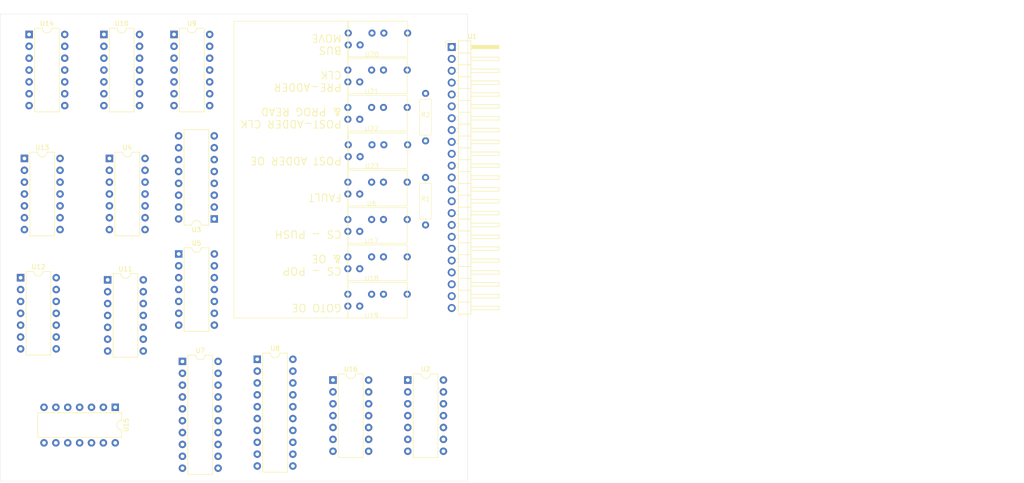
<source format=kicad_pcb>
(kicad_pcb (version 20240108) (generator "pcbnew") (generator_version "8.0")
  (layers (0 "F.Cu" signal) (31 "B.Cu" signal) (34 "B.Paste" user) (35 "F.Paste" user) (36 "B.SilkS" user "B.Silkscreen") (37 "F.SilkS" user "F.Silkscreen") (38 "B.Mask" user) (39 "F.Mask" user) (44 "Edge.Cuts" user))
  (net 0 "")
  (net 1 "Net-(U1-CALL_STACK-OE)")
  (net 2 "Net-(U1-INSTRUCTION-2)")
  (net 3 "Net-(U1-INSTRUCTION-1)")
  (net 4 "Net-(U1-BUS-0)")
  (net 5 "Net-(U1-V+)")
  (net 6 "Net-(U1-PROG_READ_DONE)")
  (net 7 "Net-(U1-POST_ADDER_LATCH_CLOCK)")
  (net 8 "Net-(U1-B_CLK)")
  (net 9 "Net-(U1-POST_ADDER_LATCH_OE)")
  (net 10 "Net-(U1-FAULT)")
  (net 11 "Net-(U1-INSTRUCTION-0)")
  (net 12 "Net-(U1-BUS_MOVE)")
  (net 13 "Net-(U1-A_CLK)")
  (net 14 "Net-(U1-BUS_MOVE_DONE)")
  (net 15 "Net-(U1-START)")
  (net 16 "Net-(U1-CALL_STACK-PUSH)")
  (net 17 "Net-(U1-INSTRUCTION-3)")
  (net 18 "Net-(U1-PRE_ADDER_LATCH_CLOCK)")
  (net 19 "Net-(U1-GOTO_LATCHES_OE)")
  (net 20 "Net-(U1-BUS_READ_GOTO-DECIDER)")
  (net 21 "Net-(U1-GND)")
  (net 22 "Net-(U2-OA)")
  (net 23 "Net-(U2-A2)")
  (net 25 "Net-(U2-A1)")
  (net 26 "Net-(U2-B0)")
  (net 27 "Net-(U10-1A)")
  (net 28 "Net-(U14-4Q)")
  (net 29 "Net-(U17-IN)")
  (net 31 "Net-(U10-0A)")
  (net 32 "Net-(U10-2B)")
  (net 33 "Net-(U10-2A)")
  (net 34 "Net-(U3-Y4)")
  (net 35 "Net-(U10-0B)")
  (net 36 "Net-(U16-1D)")
  (net 37 "Net-(U3-Y5)")
  (net 38 "Net-(U14-2A)")
  (net 39 "Net-(U13-0CLK)")
  (net 41 "Net-(U14-4A)")
  (net 43 "Net-(U15-4A)")
  (net 45 "Net-(U12-Q2)")
  (net 46 "Net-(U5-3Q)")
  (net 47 "Net-(U13-1Q3)")
  (net 48 "Net-(U5-1B)")
  (net 49 "Net-(U10-Q3)")
  (net 50 "Net-(U14-2B)")
  (net 51 "Net-(U12-0A)")
  (net 52 "Net-(U12-0B)")
  (net 53 "Net-(U5-2A)")
  (net 54 "Net-(U12-1B)")
  (net 56 "Net-(U11-B0)")
  (net 57 "Net-(U13-0D)")
  (net 58 "Net-(U11-A0)")
  (net 59 "Net-(U11-A1)")
  (net 60 "Net-(U11-A3)")
  (net 61 "Net-(U11-B1)")
  (net 63 "Net-(U15-4B)")
  (net 65 "Net-(U10-1B)")
  (net 68 "Net-(U11-OB)")
  (net 69 "Net-(U20-IN)")
  (net 70 "Net-(U10-3B)")
  (net 71 "Net-(U10-Q2)")
  (net 72 "Net-(U12-Q0)")
  (net 73 "Net-(U10-Q0)")
  (net 74 "Net-(U10-Q1)")
  (net 76 "Net-(U11-B2)")
  (net 78 "Net-(U12-3A)")
  (net 79 "Net-(U12-3B)")
  (net 80 "Net-(U12-Q3)")
  (net 81 "Net-(U12-2A)")
  (net 82 "Net-(U12-Q1)")
  (net 83 "Net-(U12-2B)")
  (net 84 "Net-(U12-1A)")
  (net 85 "Net-(U13-1CLK)")
  (net 86 "Net-(U13-0Q#)")
  (net 89 "Net-(U15-3B)")
  (footprint "Package_DIP:DIP-14_W7.62mm" (layer "F.Cu") (at 134.38 80.92)
    (property "Reference" "U4" (at 3.81 -2.33 0) (layer "F.SilkS"))
    (property "Value" "~")
    (pad "1" thru_hole rect (at 0 0) (size 1.6 1.6) (drill 0.8) (layers "*.Cu" "*.Mask") (net 21 "Net-(U1-GND)"))
    (pad "2" thru_hole oval (at 0 2.54) (size 1.6 1.6) (drill 0.8) (layers "*.Cu" "*.Mask"))
    (pad "3" thru_hole oval (at 0 5.08) (size 1.6 1.6) (drill 0.8) (layers "*.Cu" "*.Mask") (net 21 "Net-(U1-GND)"))
    (pad "4" thru_hole oval (at 0 7.62) (size 1.6 1.6) (drill 0.8) (layers "*.Cu" "*.Mask"))
    (pad "5" thru_hole oval (at 0 10.16) (size 1.6 1.6) (drill 0.8) (layers "*.Cu" "*.Mask") (net 45 "Net-(U12-Q2)"))
    (pad "6" thru_hole oval (at 0 12.7) (size 1.6 1.6) (drill 0.8) (layers "*.Cu" "*.Mask") (net 39 "Net-(U13-0CLK)"))
    (pad "7" thru_hole oval (at 0 15.24) (size 1.6 1.6) (drill 0.8) (layers "*.Cu" "*.Mask") (net 21 "Net-(U1-GND)"))
    (pad "8" thru_hole oval (at 7.62 15.24) (size 1.6 1.6) (drill 0.8) (layers "*.Cu" "*.Mask"))
    (pad "9" thru_hole oval (at 7.62 12.7) (size 1.6 1.6) (drill 0.8) (layers "*.Cu" "*.Mask") (net 21 "Net-(U1-GND)"))
    (pad "10" thru_hole oval (at 7.62 10.16) (size 1.6 1.6) (drill 0.8) (layers "*.Cu" "*.Mask") (net 38 "Net-(U14-2A)"))
    (pad "11" thru_hole oval (at 7.62 7.62) (size 1.6 1.6) (drill 0.8) (layers "*.Cu" "*.Mask") (net 41 "Net-(U14-4A)"))
    (pad "12" thru_hole oval (at 7.62 5.08) (size 1.6 1.6) (drill 0.8) (layers "*.Cu" "*.Mask") (net 43 "Net-(U15-4A)"))
    (pad "13" thru_hole oval (at 7.62 2.54) (size 1.6 1.6) (drill 0.8) (layers "*.Cu" "*.Mask") (net 13 "Net-(U1-A_CLK)"))
    (pad "14" thru_hole oval (at 7.62 0) (size 1.6 1.6) (drill 0.8) (layers "*.Cu" "*.Mask") (net 5 "Net-(U1-V+)"))
  )
  (footprint "custom_footprint_library:jumper" (layer "F.Cu") (at 190.46 99.08)
    (property "Reference" "U17" (at 0 -0.5 0) (layer "F.SilkS") (effects (font (thickness 0.1))))
    (property "Value" "~")
    (pad "1" thru_hole circle (at -5.08 -5.08) (size 1.524 1.524) (drill 0.762) (layers "*.Cu" "*.Mask") (net 29 "Net-(U17-IN)"))
    (pad "1" thru_hole circle (at 0 -5.08) (size 1.524 1.524) (drill 0.762) (layers "*.Cu" "*.Mask") (net 29 "Net-(U17-IN)"))
    (pad "2" thru_hole circle (at -5.08 -2.54) (size 1.524 1.524) (drill 0.762) (layers "*.Cu" "*.Mask") (net 21 "Net-(U1-GND)"))
    (pad "2" thru_hole circle (at -2.54 -2.54) (size 1.524 1.524) (drill 0.762) (layers "*.Cu" "*.Mask") (net 21 "Net-(U1-GND)"))
    (pad "3" thru_hole circle (at 2.54 -5.08) (size 1.524 1.524) (drill 0.762) (layers "*.Cu" "*.Mask") (net 16 "Net-(U1-CALL_STACK-PUSH)"))
    (pad "3" thru_hole circle (at 7.62 -5.08) (size 1.524 1.524) (drill 0.762) (layers "*.Cu" "*.Mask") (net 16 "Net-(U1-CALL_STACK-PUSH)"))
  )
  (footprint "Package_DIP:DIP-20_W7.62mm" (layer "F.Cu") (at 166 123.92)
    (property "Reference" "U8" (at 3.81 -2.33 0) (layer "F.SilkS"))
    (property "Value" "~")
    (pad "1" thru_hole rect (at 0 0) (size 1.6 1.6) (drill 0.8) (layers "*.Cu" "*.Mask") (net 21 "Net-(U1-GND)"))
    (pad "2" thru_hole oval (at 0 2.54) (size 1.6 1.6) (drill 0.8) (layers "*.Cu" "*.Mask") (net 34 "Net-(U3-Y4)"))
    (pad "3" thru_hole oval (at 0 5.08) (size 1.6 1.6) (drill 0.8) (layers "*.Cu" "*.Mask") (net 14 "Net-(U1-BUS_MOVE_DONE)"))
    (pad "4" thru_hole oval (at 0 7.62) (size 1.6 1.6) (drill 0.8) (layers "*.Cu" "*.Mask") (net 68 "Net-(U11-OB)"))
    (pad "5" thru_hole oval (at 0 10.16) (size 1.6 1.6) (drill 0.8) (layers "*.Cu" "*.Mask") (net 32 "Net-(U10-2B)"))
    (pad "6" thru_hole oval (at 0 12.7) (size 1.6 1.6) (drill 0.8) (layers "*.Cu" "*.Mask") (net 37 "Net-(U3-Y5)"))
    (pad "7" thru_hole oval (at 0 15.24) (size 1.6 1.6) (drill 0.8) (layers "*.Cu" "*.Mask") (net 21 "Net-(U1-GND)"))
    (pad "8" thru_hole oval (at 0 17.78) (size 1.6 1.6) (drill 0.8) (layers "*.Cu" "*.Mask") (net 21 "Net-(U1-GND)"))
    (pad "9" thru_hole oval (at 0 20.32) (size 1.6 1.6) (drill 0.8) (layers "*.Cu" "*.Mask") (net 21 "Net-(U1-GND)"))
    (pad "10" thru_hole oval (at 0 22.86) (size 1.6 1.6) (drill 0.8) (layers "*.Cu" "*.Mask") (net 21 "Net-(U1-GND)"))
    (pad "11" thru_hole oval (at 7.62 22.86) (size 1.6 1.6) (drill 0.8) (layers "*.Cu" "*.Mask") (net 8 "Net-(U1-B_CLK)"))
    (pad "12" thru_hole oval (at 7.62 20.32) (size 1.6 1.6) (drill 0.8) (layers "*.Cu" "*.Mask"))
    (pad "13" thru_hole oval (at 7.62 17.78) (size 1.6 1.6) (drill 0.8) (layers "*.Cu" "*.Mask"))
    (pad "14" thru_hole oval (at 7.62 15.24) (size 1.6 1.6) (drill 0.8) (layers "*.Cu" "*.Mask"))
    (pad "15" thru_hole oval (at 7.62 12.7) (size 1.6 1.6) (drill 0.8) (layers "*.Cu" "*.Mask") (net 29 "Net-(U17-IN)"))
    (pad "16" thru_hole oval (at 7.62 10.16) (size 1.6 1.6) (drill 0.8) (layers "*.Cu" "*.Mask") (net 48 "Net-(U5-1B)"))
    (pad "17" thru_hole oval (at 7.62 7.62) (size 1.6 1.6) (drill 0.8) (layers "*.Cu" "*.Mask") (net 65 "Net-(U10-1B)"))
    (pad "18" thru_hole oval (at 7.62 5.08) (size 1.6 1.6) (drill 0.8) (layers "*.Cu" "*.Mask") (net 26 "Net-(U2-B0)"))
    (pad "19" thru_hole oval (at 7.62 2.54) (size 1.6 1.6) (drill 0.8) (layers "*.Cu" "*.Mask") (net 23 "Net-(U2-A2)"))
    (pad "20" thru_hole oval (at 7.62 0) (size 1.6 1.6) (drill 0.8) (layers "*.Cu" "*.Mask") (net 5 "Net-(U1-V+)"))
  )
  (footprint "custom_footprint_library:jumper" (layer "F.Cu") (at 190.46 107.08)
    (property "Reference" "U18" (at 0 -0.5 0) (layer "F.SilkS") (effects (font (thickness 0.1))))
    (property "Value" "~")
    (pad "1" thru_hole circle (at -5.08 -5.08) (size 1.524 1.524) (drill 0.762) (layers "*.Cu" "*.Mask") (net 63 "Net-(U15-4B)"))
    (pad "1" thru_hole circle (at 0 -5.08) (size 1.524 1.524) (drill 0.762) (layers "*.Cu" "*.Mask") (net 63 "Net-(U15-4B)"))
    (pad "2" thru_hole circle (at -5.08 -2.54) (size 1.524 1.524) (drill 0.762) (layers "*.Cu" "*.Mask") (net 21 "Net-(U1-GND)"))
    (pad "2" thru_hole circle (at -2.54 -2.54) (size 1.524 1.524) (drill 0.762) (layers "*.Cu" "*.Mask") (net 21 "Net-(U1-GND)"))
    (pad "3" thru_hole circle (at 2.54 -5.08) (size 1.524 1.524) (drill 0.762) (layers "*.Cu" "*.Mask") (net 1 "Net-(U1-CALL_STACK-OE)"))
    (pad "3" thru_hole circle (at 7.62 -5.08) (size 1.524 1.524) (drill 0.762) (layers "*.Cu" "*.Mask") (net 1 "Net-(U1-CALL_STACK-OE)"))
  )
  (footprint "Package_DIP:DIP-14_W7.62mm" (layer "F.Cu") (at 198.2 128.375)
    (property "Reference" "U2" (at 3.81 -2.33 0) (layer "F.SilkS"))
    (property "Value" "~")
    (pad "1" thru_hole rect (at 0 0) (size 1.6 1.6) (drill 0.8) (layers "*.Cu" "*.Mask") (net 22 "Net-(U2-OA)"))
    (pad "2" thru_hole oval (at 0 2.54) (size 1.6 1.6) (drill 0.8) (layers "*.Cu" "*.Mask") (net 17 "Net-(U1-INSTRUCTION-3)"))
    (pad "3" thru_hole oval (at 0 5.08) (size 1.6 1.6) (drill 0.8) (layers "*.Cu" "*.Mask") (net 25 "Net-(U2-A1)"))
    (pad "4" thru_hole oval (at 0 7.62) (size 1.6 1.6) (drill 0.8) (layers "*.Cu" "*.Mask") (net 23 "Net-(U2-A2)"))
    (pad "5" thru_hole oval (at 0 10.16) (size 1.6 1.6) (drill 0.8) (layers "*.Cu" "*.Mask") (net 21 "Net-(U1-GND)"))
    (pad "6" thru_hole oval (at 0 12.7) (size 1.6 1.6) (drill 0.8) (layers "*.Cu" "*.Mask"))
    (pad "7" thru_hole oval (at 0 15.24) (size 1.6 1.6) (drill 0.8) (layers "*.Cu" "*.Mask") (net 21 "Net-(U1-GND)"))
    (pad "8" thru_hole oval (at 7.62 15.24) (size 1.6 1.6) (drill 0.8) (layers "*.Cu" "*.Mask"))
    (pad "9" thru_hole oval (at 7.62 12.7) (size 1.6 1.6) (drill 0.8) (layers "*.Cu" "*.Mask") (net 26 "Net-(U2-B0)"))
    (pad "10" thru_hole oval (at 7.62 10.16) (size 1.6 1.6) (drill 0.8) (layers "*.Cu" "*.Mask") (net 28 "Net-(U14-4Q)"))
    (pad "11" thru_hole oval (at 7.62 7.62) (size 1.6 1.6) (drill 0.8) (layers "*.Cu" "*.Mask") (net 23 "Net-(U2-A2)"))
    (pad "12" thru_hole oval (at 7.62 5.08) (size 1.6 1.6) (drill 0.8) (layers "*.Cu" "*.Mask") (net 29 "Net-(U17-IN)"))
    (pad "13" thru_hole oval (at 7.62 2.54) (size 1.6 1.6) (drill 0.8) (layers "*.Cu" "*.Mask") (net 27 "Net-(U10-1A)"))
    (pad "14" thru_hole oval (at 7.62 0) (size 1.6 1.6) (drill 0.8) (layers "*.Cu" "*.Mask") (net 5 "Net-(U1-V+)"))
  )
  (footprint "Package_DIP:DIP-14_W7.62mm" (layer "F.Cu") (at 117.2 54.375)
    (property "Reference" "U14" (at 3.81 -2.33 0) (layer "F.SilkS"))
    (property "Value" "~")
    (pad "1" thru_hole rect (at 0 0) (size 1.6 1.6) (drill 0.8) (layers "*.Cu" "*.Mask") (net 20 "Net-(U1-BUS_READ_GOTO-DECIDER)"))
    (pad "2" thru_hole oval (at 0 2.54) (size 1.6 1.6) (drill 0.8) (layers "*.Cu" "*.Mask") (net 13 "Net-(U1-A_CLK)"))
    (pad "3" thru_hole oval (at 0 5.08) (size 1.6 1.6) (drill 0.8) (layers "*.Cu" "*.Mask") (net 85 "Net-(U13-1CLK)"))
    (pad "4" thru_hole oval (at 0 7.62) (size 1.6 1.6) (drill 0.8) (layers "*.Cu" "*.Mask") (net 38 "Net-(U14-2A)"))
    (pad "5" thru_hole oval (at 0 10.16) (size 1.6 1.6) (drill 0.8) (layers "*.Cu" "*.Mask") (net 50 "Net-(U14-2B)"))
    (pad "6" thru_hole oval (at 0 12.7) (size 1.6 1.6) (drill 0.8) (layers "*.Cu" "*.Mask") (net 84 "Net-(U12-1A)"))
    (pad "7" thru_hole oval (at 0 15.24) (size 1.6 1.6) (drill 0.8) (layers "*.Cu" "*.Mask") (net 21 "Net-(U1-GND)"))
    (pad "8" thru_hole oval (at 7.62 15.24) (size 1.6 1.6) (drill 0.8) (layers "*.Cu" "*.Mask") (net 28 "Net-(U14-4Q)"))
    (pad "9" thru_hole oval (at 7.62 12.7) (size 1.6 1.6) (drill 0.8) (layers "*.Cu" "*.Mask") (net 50 "Net-(U14-2B)"))
    (pad "10" thru_hole oval (at 7.62 10.16) (size 1.6 1.6) (drill 0.8) (layers "*.Cu" "*.Mask") (net 41 "Net-(U14-4A)"))
    (pad "11" thru_hole oval (at 7.62 7.62) (size 1.6 1.6) (drill 0.8) (layers "*.Cu" "*.Mask"))
    (pad "12" thru_hole oval (at 7.62 5.08) (size 1.6 1.6) (drill 0.8) (layers "*.Cu" "*.Mask") (net 21 "Net-(U1-GND)"))
    (pad "13" thru_hole oval (at 7.62 2.54) (size 1.6 1.6) (drill 0.8) (layers "*.Cu" "*.Mask") (net 21 "Net-(U1-GND)"))
    (pad "14" thru_hole oval (at 7.62 0) (size 1.6 1.6) (drill 0.8) (layers "*.Cu" "*.Mask") (net 5 "Net-(U1-V+)"))
  )
  (footprint "custom_footprint_library:jumper" (layer "F.Cu") (at 190.46 91.08)
    (property "Reference" "U6" (at 0 -0.5 0) (layer "F.SilkS") (effects (font (thickness 0.1))))
    (property "Value" "~")
    (pad "1" thru_hole circle (at -5.08 -5.08) (size 1.524 1.524) (drill 0.762) (layers "*.Cu" "*.Mask") (net 22 "Net-(U2-OA)"))
    (pad "1" thru_hole circle (at 0 -5.08) (size 1.524 1.524) (drill 0.762) (layers "*.Cu" "*.Mask") (net 22 "Net-(U2-OA)"))
    (pad "2" thru_hole circle (at -5.08 -2.54) (size 1.524 1.524) (drill 0.762) (layers "*.Cu" "*.Mask") (net 21 "Net-(U1-GND)"))
    (pad "2" thru_hole circle (at -2.54 -2.54) (size 1.524 1.524) (drill 0.762) (layers "*.Cu" "*.Mask") (net 21 "Net-(U1-GND)"))
    (pad "3" thru_hole circle (at 2.54 -5.08) (size 1.524 1.524) (drill 0.762) (layers "*.Cu" "*.Mask") (net 10 "Net-(U1-FAULT)"))
    (pad "3" thru_hole circle (at 7.62 -5.08) (size 1.524 1.524) (drill 0.762) (layers "*.Cu" "*.Mask") (net 10 "Net-(U1-FAULT)"))
  )
  (footprint "Package_DIP:DIP-14_W7.62mm" (layer "F.Cu") (at 115.38 106.46)
    (property "Reference" "U12" (at 3.81 -2.33 0) (layer "F.SilkS"))
    (property "Value" "~")
    (pad "1" thru_hole rect (at 0 0) (size 1.6 1.6) (drill 0.8) (layers "*.Cu" "*.Mask") (net 51 "Net-(U12-0A)"))
    (pad "2" thru_hole oval (at 0 2.54) (size 1.6 1.6) (drill 0.8) (layers "*.Cu" "*.Mask") (net 52 "Net-(U12-0B)"))
    (pad "3" thru_hole oval (at 0 5.08) (size 1.6 1.6) (drill 0.8) (layers "*.Cu" "*.Mask") (net 72 "Net-(U12-Q0)"))
    (pad "4" thru_hole oval (at 0 7.62) (size 1.6 1.6) (drill 0.8) (layers "*.Cu" "*.Mask") (net 82 "Net-(U12-Q1)"))
    (pad "5" thru_hole oval (at 0 10.16) (size 1.6 1.6) (drill 0.8) (layers "*.Cu" "*.Mask") (net 84 "Net-(U12-1A)"))
    (pad "6" thru_hole oval (at 0 12.7) (size 1.6 1.6) (drill 0.8) (layers "*.Cu" "*.Mask") (net 54 "Net-(U12-1B)"))
    (pad "7" thru_hole oval (at 0 15.24) (size 1.6 1.6) (drill 0.8) (layers "*.Cu" "*.Mask") (net 21 "Net-(U1-GND)"))
    (pad "8" thru_hole oval (at 7.62 15.24) (size 1.6 1.6) (drill 0.8) (layers "*.Cu" "*.Mask") (net 81 "Net-(U12-2A)"))
    (pad "9" thru_hole oval (at 7.62 12.7) (size 1.6 1.6) (drill 0.8) (layers "*.Cu" "*.Mask") (net 83 "Net-(U12-2B)"))
    (pad "10" thru_hole oval (at 7.62 10.16) (size 1.6 1.6) (drill 0.8) (layers "*.Cu" "*.Mask") (net 45 "Net-(U12-Q2)"))
    (pad "11" thru_hole oval (at 7.62 7.62) (size 1.6 1.6) (drill 0.8) (layers "*.Cu" "*.Mask") (net 80 "Net-(U12-Q3)"))
    (pad "12" thru_hole oval (at 7.62 5.08) (size 1.6 1.6) (drill 0.8) (layers "*.Cu" "*.Mask") (net 78 "Net-(U12-3A)"))
    (pad "13" thru_hole oval (at 7.62 2.54) (size 1.6 1.6) (drill 0.8) (layers "*.Cu" "*.Mask") (net 79 "Net-(U12-3B)"))
    (pad "14" thru_hole oval (at 7.62 0) (size 1.6 1.6) (drill 0.8) (layers "*.Cu" "*.Mask") (net 5 "Net-(U1-V+)"))
  )
  (footprint "Package_DIP:DIP-16_W7.62mm" (layer "F.Cu") (at 156.8 93.875 180)
    (property "Reference" "U3" (at 3.81 -2.33 180) (layer "F.SilkS"))
    (property "Value" "~")
    (pad "1" thru_hole rect (at 0 0 180) (size 1.6 1.6) (drill 0.8) (layers "*.Cu" "*.Mask") (net 11 "Net-(U1-INSTRUCTION-0)"))
    (pad "2" thru_hole oval (at 0 2.54 180) (size 1.6 1.6) (drill 0.8) (layers "*.Cu" "*.Mask") (net 3 "Net-(U1-INSTRUCTION-1)"))
    (pad "3" thru_hole oval (at 0 5.08 180) (size 1.6 1.6) (drill 0.8) (layers "*.Cu" "*.Mask") (net 2 "Net-(U1-INSTRUCTION-2)"))
    (pad "4" thru_hole oval (at 0 7.62 180) (size 1.6 1.6) (drill 0.8) (layers "*.Cu" "*.Mask") (net 17 "Net-(U1-INSTRUCTION-3)"))
    (pad "5" thru_hole oval (at 0 10.16 180) (size 1.6 1.6) (drill 0.8) (layers "*.Cu" "*.Mask") (net 21 "Net-(U1-GND)"))
    (pad "6" thru_hole oval (at 0 12.7 180) (size 1.6 1.6) (drill 0.8) (layers "*.Cu" "*.Mask") (net 6 "Net-(U1-PROG_READ_DONE)"))
    (pad "7" thru_hole oval (at 0 15.24 180) (size 1.6 1.6) (drill 0.8) (layers "*.Cu" "*.Mask") (net 25 "Net-(U2-A1)"))
    (pad "8" thru_hole oval (at 0 17.78 180) (size 1.6 1.6) (drill 0.8) (layers "*.Cu" "*.Mask") (net 21 "Net-(U1-GND)"))
    (pad "9" thru_hole oval (at 7.62 17.78 180) (size 1.6 1.6) (drill 0.8) (layers "*.Cu" "*.Mask") (net 36 "Net-(U16-1D)"))
    (pad "10" thru_hole oval (at 7.62 15.24 180) (size 1.6 1.6) (drill 0.8) (layers "*.Cu" "*.Mask") (net 37 "Net-(U3-Y5)"))
    (pad "11" thru_hole oval (at 7.62 12.7 180) (size 1.6 1.6) (drill 0.8) (layers "*.Cu" "*.Mask") (net 34 "Net-(U3-Y4)"))
    (pad "12" thru_hole oval (at 7.62 10.16 180) (size 1.6 1.6) (drill 0.8) (layers "*.Cu" "*.Mask") (net 32 "Net-(U10-2B)"))
    (pad "13" thru_hole oval (at 7.62 7.62 180) (size 1.6 1.6) (drill 0.8) (layers "*.Cu" "*.Mask") (net 33 "Net-(U10-2A)"))
    (pad "14" thru_hole oval (at 7.62 5.08 180) (size 1.6 1.6) (drill 0.8) (layers "*.Cu" "*.Mask") (net 35 "Net-(U10-0B)"))
    (pad "15" thru_hole oval (at 7.62 2.54 180) (size 1.6 1.6) (drill 0.8) (layers "*.Cu" "*.Mask") (net 31 "Net-(U10-0A)"))
    (pad "16" thru_hole oval (at 7.62 0 180) (size 1.6 1.6) (drill 0.8) (layers "*.Cu" "*.Mask") (net 5 "Net-(U1-V+)"))
  )
  (footprint "Package_DIP:DIP-14_W7.62mm" (layer "F.Cu") (at 133.2 54.375)
    (property "Reference" "U10" (at 3.81 -2.33 0) (layer "F.SilkS"))
    (property "Value" "~")
    (pad "1" thru_hole rect (at 0 0) (size 1.6 1.6) (drill 0.8) (layers "*.Cu" "*.Mask") (net 31 "Net-(U10-0A)"))
    (pad "2" thru_hole oval (at 0 2.54) (size 1.6 1.6) (drill 0.8) (layers "*.Cu" "*.Mask") (net 35 "Net-(U10-0B)"))
    (pad "3" thru_hole oval (at 0 5.08) (size 1.6 1.6) (drill 0.8) (layers "*.Cu" "*.Mask") (net 73 "Net-(U10-Q0)"))
    (pad "4" thru_hole oval (at 0 7.62) (size 1.6 1.6) (drill 0.8) (layers "*.Cu" "*.Mask") (net 74 "Net-(U10-Q1)"))
    (pad "5" thru_hole oval (at 0 10.16) (size 1.6 1.6) (drill 0.8) (layers "*.Cu" "*.Mask") (net 27 "Net-(U10-1A)"))
    (pad "6" thru_hole oval (at 0 12.7) (size 1.6 1.6) (drill 0.8) (layers "*.Cu" "*.Mask") (net 65 "Net-(U10-1B)"))
    (pad "7" thru_hole oval (at 0 15.24) (size 1.6 1.6) (drill 0.8) (layers "*.Cu" "*.Mask") (net 21 "Net-(U1-GND)"))
    (pad "8" thru_hole oval (at 7.62 15.24) (size 1.6 1.6) (drill 0.8) (layers "*.Cu" "*.Mask") (net 33 "Net-(U10-2A)"))
    (pad "9" thru_hole oval (at 7.62 12.7) (size 1.6 1.6) (drill 0.8) (layers "*.Cu" "*.Mask") (net 32 "Net-(U10-2B)"))
    (pad "10" thru_hole oval (at 7.62 10.16) (size 1.6 1.6) (drill 0.8) (layers "*.Cu" "*.Mask") (net 71 "Net-(U10-Q2)"))
    (pad "11" thru_hole oval (at 7.62 7.62) (size 1.6 1.6) (drill 0.8) (layers "*.Cu" "*.Mask") (net 49 "Net-(U10-Q3)"))
    (pad "12" thru_hole oval (at 7.62 5.08) (size 1.6 1.6) (drill 0.8) (layers "*.Cu" "*.Mask") (net 14 "Net-(U1-BUS_MOVE_DONE)"))
    (pad "13" thru_hole oval (at 7.62 2.54) (size 1.6 1.6) (drill 0.8) (layers "*.Cu" "*.Mask") (net 70 "Net-(U10-3B)"))
    (pad "14" thru_hole oval (at 7.62 0) (size 1.6 1.6) (drill 0.8) (layers "*.Cu" "*.Mask") (net 5 "Net-(U1-V+)"))
  )
  (footprint "custom_footprint_library:jumper" (layer "F.Cu") (at 190.46 67.08)
    (property "Reference" "U21" (at 0 -0.5 0) (layer "F.SilkS") (effects (font (thickness 0.1))))
    (property "Value" "~")
    (pad "1" thru_hole circle (at -5.08 -5.08) (size 1.524 1.524) (drill 0.762) (layers "*.Cu" "*.Mask") (net 68 "Net-(U11-OB)"))
    (pad "1" thru_hole circle (at 0 -5.08) (size 1.524 1.524) (drill 0.762) (layers "*.Cu" "*.Mask") (net 68 "Net-(U11-OB)"))
    (pad "2" thru_hole circle (at -5.08 -2.54) (size 1.524 1.524) (drill 0.762) (layers "*.Cu" "*.Mask") (net 21 "Net-(U1-GND)"))
    (pad "2" thru_hole circle (at -2.54 -2.54) (size 1.524 1.524) (drill 0.762) (layers "*.Cu" "*.Mask") (net 21 "Net-(U1-GND)"))
    (pad "3" thru_hole circle (at 2.54 -5.08) (size 1.524 1.524) (drill 0.762) (layers "*.Cu" "*.Mask") (net 18 "Net-(U1-PRE_ADDER_LATCH_CLOCK)"))
    (pad "3" thru_hole circle (at 7.62 -5.08) (size 1.524 1.524) (drill 0.762) (layers "*.Cu" "*.Mask") (net 18 "Net-(U1-PRE_ADDER_LATCH_CLOCK)"))
  )
  (footprint "custom_footprint_library:jumper" (layer "F.Cu") (at 190.46 75.08)
    (property "Reference" "U22" (at 0 -0.5 0) (layer "F.SilkS") (effects (font (thickness 0.1))))
    (property "Value" "~")
    (pad "1" thru_hole circle (at -5.08 -5.08) (size 1.524 1.524) (drill 0.762) (layers "*.Cu" "*.Mask") (net 65 "Net-(U10-1B)"))
    (pad "1" thru_hole circle (at 0 -5.08) (size 1.524 1.524) (drill 0.762) (layers "*.Cu" "*.Mask") (net 65 "Net-(U10-1B)"))
    (pad "2" thru_hole circle (at -5.08 -2.54) (size 1.524 1.524) (drill 0.762) (layers "*.Cu" "*.Mask") (net 21 "Net-(U1-GND)"))
    (pad "2" thru_hole circle (at -2.54 -2.54) (size 1.524 1.524) (drill 0.762) (layers "*.Cu" "*.Mask") (net 21 "Net-(U1-GND)"))
    (pad "3" thru_hole circle (at 2.54 -5.08) (size 1.524 1.524) (drill 0.762) (layers "*.Cu" "*.Mask") (net 7 "Net-(U1-POST_ADDER_LATCH_CLOCK)"))
    (pad "3" thru_hole circle (at 7.62 -5.08) (size 1.524 1.524) (drill 0.762) (layers "*.Cu" "*.Mask") (net 7 "Net-(U1-POST_ADDER_LATCH_CLOCK)"))
  )
  (footprint "Package_DIP:DIP-14_W7.62mm" (layer "F.Cu") (at 148.2 54.375)
    (property "Reference" "U9" (at 3.81 -2.33 0) (layer "F.SilkS"))
    (property "Value" "~")
    (pad "1" thru_hole rect (at 0 0) (size 1.6 1.6) (drill 0.8) (layers "*.Cu" "*.Mask") (net 69 "Net-(U20-IN)"))
    (pad "2" thru_hole oval (at 0 2.54) (size 1.6 1.6) (drill 0.8) (layers "*.Cu" "*.Mask") (net 70 "Net-(U10-3B)"))
    (pad "3" thru_hole oval (at 0 5.08) (size 1.6 1.6) (drill 0.8) (layers "*.Cu" "*.Mask") (net 46 "Net-(U5-3Q)"))
    (pad "4" thru_hole oval (at 0 7.62) (size 1.6 1.6) (drill 0.8) (layers "*.Cu" "*.Mask") (net 21 "Net-(U1-GND)"))
    (pad "5" thru_hole oval (at 0 10.16) (size 1.6 1.6) (drill 0.8) (layers "*.Cu" "*.Mask") (net 73 "Net-(U10-Q0)"))
    (pad "6" thru_hole oval (at 0 12.7) (size 1.6 1.6) (drill 0.8) (layers "*.Cu" "*.Mask") (net 21 "Net-(U1-GND)"))
    (pad "7" thru_hole oval (at 0 15.24) (size 1.6 1.6) (drill 0.8) (layers "*.Cu" "*.Mask") (net 21 "Net-(U1-GND)"))
    (pad "8" thru_hole oval (at 7.62 15.24) (size 1.6 1.6) (drill 0.8) (layers "*.Cu" "*.Mask") (net 21 "Net-(U1-GND)"))
    (pad "9" thru_hole oval (at 7.62 12.7) (size 1.6 1.6) (drill 0.8) (layers "*.Cu" "*.Mask") (net 71 "Net-(U10-Q2)"))
    (pad "10" thru_hole oval (at 7.62 10.16) (size 1.6 1.6) (drill 0.8) (layers "*.Cu" "*.Mask") (net 21 "Net-(U1-GND)"))
    (pad "11" thru_hole oval (at 7.62 7.62) (size 1.6 1.6) (drill 0.8) (layers "*.Cu" "*.Mask") (net 72 "Net-(U12-Q0)"))
    (pad "12" thru_hole oval (at 7.62 5.08) (size 1.6 1.6) (drill 0.8) (layers "*.Cu" "*.Mask") (net 53 "Net-(U5-2A)"))
    (pad "13" thru_hole oval (at 7.62 2.54) (size 1.6 1.6) (drill 0.8) (layers "*.Cu" "*.Mask") (net 50 "Net-(U14-2B)"))
    (pad "14" thru_hole oval (at 7.62 0) (size 1.6 1.6) (drill 0.8) (layers "*.Cu" "*.Mask") (net 5 "Net-(U1-V+)"))
  )
  (footprint "custom_footprint_library:0.4_pitch_resistor" (layer "F.Cu") (at 202 72.08)
    (property "Reference" "R2" (at 0 -0.5 0) (layer "F.SilkS") (effects (font (thickness 0.1))))
    (property "Value" "10k")
    (pad "1" thru_hole circle (at 0 -5.08) (size 1.524 1.524) (drill 0.762) (layers "*.Cu" "*.Mask") (net 14 "Net-(U1-BUS_MOVE_DONE)"))
    (pad "2" thru_hole circle (at 0 5.08) (size 1.524 1.524) (drill 0.762) (layers "*.Cu" "*.Mask") (net 21 "Net-(U1-GND)"))
  )
  (footprint "custom_footprint_library:jumper" (layer "F.Cu") (at 190.54 83.08)
    (property "Reference" "U23" (at 0 -0.5 0) (layer "F.SilkS") (effects (font (thickness 0.1))))
    (property "Value" "~")
    (pad "1" thru_hole circle (at -5.08 -5.08) (size 1.524 1.524) (drill 0.762) (layers "*.Cu" "*.Mask") (net 74 "Net-(U10-Q1)"))
    (pad "1" thru_hole circle (at 0 -5.08) (size 1.524 1.524) (drill 0.762) (layers "*.Cu" "*.Mask") (net 74 "Net-(U10-Q1)"))
    (pad "2" thru_hole circle (at -5.08 -2.54) (size 1.524 1.524) (drill 0.762) (layers "*.Cu" "*.Mask") (net 21 "Net-(U1-GND)"))
    (pad "2" thru_hole circle (at -2.54 -2.54) (size 1.524 1.524) (drill 0.762) (layers "*.Cu" "*.Mask") (net 21 "Net-(U1-GND)"))
    (pad "3" thru_hole circle (at 2.54 -5.08) (size 1.524 1.524) (drill 0.762) (layers "*.Cu" "*.Mask") (net 9 "Net-(U1-POST_ADDER_LATCH_OE)"))
    (pad "3" thru_hole circle (at 7.62 -5.08) (size 1.524 1.524) (drill 0.762) (layers "*.Cu" "*.Mask") (net 9 "Net-(U1-POST_ADDER_LATCH_OE)"))
  )
  (footprint "Package_DIP:DIP-14_W7.62mm" (layer "F.Cu") (at 149.2 101.375)
    (property "Reference" "U5" (at 3.81 -2.33 0) (layer "F.SilkS"))
    (property "Value" "~")
    (pad "1" thru_hole rect (at 0 0) (size 1.6 1.6) (drill 0.8) (layers "*.Cu" "*.Mask") (net 47 "Net-(U13-1Q3)"))
    (pad "2" thru_hole oval (at 0 2.54) (size 1.6 1.6) (drill 0.8) (layers "*.Cu" "*.Mask") (net 48 "Net-(U5-1B)"))
    (pad "3" thru_hole oval (at 0 5.08) (size 1.6 1.6) (drill 0.8) (layers "*.Cu" "*.Mask") (net 41 "Net-(U14-4A)"))
    (pad "4" thru_hole oval (at 0 7.62) (size 1.6 1.6) (drill 0.8) (layers "*.Cu" "*.Mask") (net 53 "Net-(U5-2A)"))
    (pad "5" thru_hole oval (at 0 10.16) (size 1.6 1.6) (drill 0.8) (layers "*.Cu" "*.Mask") (net 8 "Net-(U1-B_CLK)"))
    (pad "6" thru_hole oval (at 0 12.7) (size 1.6 1.6) (drill 0.8) (layers "*.Cu" "*.Mask") (net 52 "Net-(U12-0B)"))
    (pad "7" thru_hole oval (at 0 15.24) (size 1.6 1.6) (drill 0.8) (layers "*.Cu" "*.Mask") (net 21 "Net-(U1-GND)"))
    (pad "8" thru_hole oval (at 7.62 15.24) (size 1.6 1.6) (drill 0.8) (layers "*.Cu" "*.Mask") (net 51 "Net-(U12-0A)"))
    (pad "9" thru_hole oval (at 7.62 12.7) (size 1.6 1.6) (drill 0.8) (layers "*.Cu" "*.Mask") (net 43 "Net-(U15-4A)"))
    (pad "10" thru_hole oval (at 7.62 10.16) (size 1.6 1.6) (drill 0.8) (layers "*.Cu" "*.Mask") (net 50 "Net-(U14-2B)"))
    (pad "11" thru_hole oval (at 7.62 7.62) (size 1.6 1.6) (drill 0.8) (layers "*.Cu" "*.Mask") (net 46 "Net-(U5-3Q)"))
    (pad "12" thru_hole oval (at 7.62 5.08) (size 1.6 1.6) (drill 0.8) (layers "*.Cu" "*.Mask") (net 49 "Net-(U10-Q3)"))
    (pad "13" thru_hole oval (at 7.62 2.54) (size 1.6 1.6) (drill 0.8) (layers "*.Cu" "*.Mask") (net 8 "Net-(U1-B_CLK)"))
    (pad "14" thru_hole oval (at 7.62 0) (size 1.6 1.6) (drill 0.8) (layers "*.Cu" "*.Mask") (net 5 "Net-(U1-V+)"))
  )
  (footprint "Connector_PinHeader_2.54mm:PinHeader_1x23_P2.54mm_Horizontal" (layer "F.Cu") (at 207.595 57.07)
    (property "Reference" "U1" (at 4.385 -2.27 0) (layer "F.SilkS"))
    (property "Value" "~")
    (pad "1" thru_hole rect (at 0 0) (size 1.7 1.7) (drill 1) (layers "*.Cu" "*.Mask") (net 5 "Net-(U1-V+)"))
    (pad "2" thru_hole oval (at 0 2.54) (size 1.7 1.7) (drill 1) (layers "*.Cu" "*.Mask") (net 21 "Net-(U1-GND)"))
    (pad "3" thru_hole oval (at 0 5.08) (size 1.7 1.7) (drill 1) (layers "*.Cu" "*.Mask") (net 13 "Net-(U1-A_CLK)"))
    (pad "4" thru_hole oval (at 0 7.62) (size 1.7 1.7) (drill 1) (layers "*.Cu" "*.Mask") (net 8 "Net-(U1-B_CLK)"))
    (pad "5" thru_hole oval (at 0 10.16) (size 1.7 1.7) (drill 1) (layers "*.Cu" "*.Mask") (net 14 "Net-(U1-BUS_MOVE_DONE)"))
    (pad "6" thru_hole oval (at 0 12.7) (size 1.7 1.7) (drill 1) (layers "*.Cu" "*.Mask") (net 6 "Net-(U1-PROG_READ_DONE)"))
    (pad "7" thru_hole oval (at 0 15.24) (size 1.7 1.7) (drill 1) (layers "*.Cu" "*.Mask") (net 11 "Net-(U1-INSTRUCTION-0)"))
    (pad "8" thru_hole oval (at 0 17.78) (size 1.7 1.7) (drill 1) (layers "*.Cu" "*.Mask") (net 3 "Net-(U1-INSTRUCTION-1)"))
    (pad "9" thru_hole oval (at 0 20.32) (size 1.7 1.7) (drill 1) (layers "*.Cu" "*.Mask") (net 2 "Net-(U1-INSTRUCTION-2)"))
    (pad "10" thru_hole oval (at 0 22.86) (size 1.7 1.7) (drill 1) (layers "*.Cu" "*.Mask") (net 17 "Net-(U1-INSTRUCTION-3)"))
    (pad "11" thru_hole oval (at 0 25.4) (size 1.7 1.7) (drill 1) (layers "*.Cu" "*.Mask") (net 4 "Net-(U1-BUS-0)"))
    (pad "12" thru_hole oval (at 0 27.94) (size 1.7 1.7) (drill 1) (layers "*.Cu" "*.Mask") (net 15 "Net-(U1-START)"))
    (pad "13" thru_hole oval (at 0 30.48) (size 1.7 1.7) (drill 1) (layers "*.Cu" "*.Mask") (net 20 "Net-(U1-BUS_READ_GOTO-DECIDER)"))
    (pad "14" thru_hole oval (at 0 33.02) (size 1.7 1.7) (drill 1) (layers "*.Cu" "*.Mask") (net 12 "Net-(U1-BUS_MOVE)"))
    (pad "15" thru_hole oval (at 0 35.56) (size 1.7 1.7) (drill 1) (layers "*.Cu" "*.Mask") (net 18 "Net-(U1-PRE_ADDER_LATCH_CLOCK)"))
    (pad "16" thru_hole oval (at 0 38.1) (size 1.7 1.7) (drill 1) (layers "*.Cu" "*.Mask") (net 7 "Net-(U1-POST_ADDER_LATCH_CLOCK)"))
    (pad "17" thru_hole oval (at 0 40.64) (size 1.7 1.7) (drill 1) (layers "*.Cu" "*.Mask") (net 9 "Net-(U1-POST_ADDER_LATCH_OE)"))
    (pad "18" thru_hole oval (at 0 43.18) (size 1.7 1.7) (drill 1) (layers "*.Cu" "*.Mask") (net 7 "Net-(U1-POST_ADDER_LATCH_CLOCK)"))
    (pad "19" thru_hole oval (at 0 45.72) (size 1.7 1.7) (drill 1) (layers "*.Cu" "*.Mask") (net 10 "Net-(U1-FAULT)"))
    (pad "20" thru_hole oval (at 0 48.26) (size 1.7 1.7) (drill 1) (layers "*.Cu" "*.Mask") (net 16 "Net-(U1-CALL_STACK-PUSH)"))
    (pad "21" thru_hole oval (at 0 50.8) (size 1.7 1.7) (drill 1) (layers "*.Cu" "*.Mask") (net 1 "Net-(U1-CALL_STACK-OE)"))
    (pad "22" thru_hole oval (at 0 53.34) (size 1.7 1.7) (drill 1) (layers "*.Cu" "*.Mask") (net 1 "Net-(U1-CALL_STACK-OE)"))
    (pad "23" thru_hole oval (at 0 55.88) (size 1.7 1.7) (drill 1) (layers "*.Cu" "*.Mask") (net 19 "Net-(U1-GOTO_LATCHES_OE)"))
  )
  (footprint "custom_footprint_library:jumper" (layer "F.Cu") (at 190.54 59.16)
    (property "Reference" "U20" (at 0 -0.5 0) (layer "F.SilkS") (effects (font (thickness 0.1))))
    (property "Value" "~")
    (pad "1" thru_hole circle (at -5.08 -5.08) (size 1.524 1.524) (drill 0.762) (layers "*.Cu" "*.Mask") (net 69 "Net-(U20-IN)"))
    (pad "1" thru_hole circle (at 0 -5.08) (size 1.524 1.524) (drill 0.762) (layers "*.Cu" "*.Mask") (net 69 "Net-(U20-IN)"))
    (pad "2" thru_hole circle (at -5.08 -2.54) (size 1.524 1.524) (drill 0.762) (layers "*.Cu" "*.Mask") (net 21 "Net-(U1-GND)"))
    (pad "2" thru_hole circle (at -2.54 -2.54) (size 1.524 1.524) (drill 0.762) (layers "*.Cu" "*.Mask") (net 21 "Net-(U1-GND)"))
    (pad "3" thru_hole circle (at 2.54 -5.08) (size 1.524 1.524) (drill 0.762) (layers "*.Cu" "*.Mask") (net 12 "Net-(U1-BUS_MOVE)"))
    (pad "3" thru_hole circle (at 7.62 -5.08) (size 1.524 1.524) (drill 0.762) (layers "*.Cu" "*.Mask") (net 12 "Net-(U1-BUS_MOVE)"))
  )
  (footprint "custom_footprint_library:0.4_pitch_resistor" (layer "F.Cu") (at 202 90.08)
    (property "Reference" "R1" (at 0 -0.5 0) (layer "F.SilkS") (effects (font (thickness 0.1))))
    (property "Value" "10k")
    (pad "1" thru_hole circle (at 0 -5.08) (size 1.524 1.524) (drill 0.762) (layers "*.Cu" "*.Mask") (net 15 "Net-(U1-START)"))
    (pad "2" thru_hole circle (at 0 5.08) (size 1.524 1.524) (drill 0.762) (layers "*.Cu" "*.Mask") (net 21 "Net-(U1-GND)"))
  )
  (footprint "Package_DIP:DIP-20_W7.62mm" (layer "F.Cu") (at 150 124.38)
    (property "Reference" "U7" (at 3.81 -2.33 0) (layer "F.SilkS"))
    (property "Value" "~")
    (pad "1" thru_hole rect (at 0 0) (size 1.6 1.6) (drill 0.8) (layers "*.Cu" "*.Mask") (net 21 "Net-(U1-GND)"))
    (pad "2" thru_hole oval (at 0 2.54) (size 1.6 1.6) (drill 0.8) (layers "*.Cu" "*.Mask") (net 26 "Net-(U2-B0)"))
    (pad "3" thru_hole oval (at 0 5.08) (size 1.6 1.6) (drill 0.8) (layers "*.Cu" "*.Mask") (net 50 "Net-(U14-2B)"))
    (pad "4" thru_hole oval (at 0 7.62) (size 1.6 1.6) (drill 0.8) (layers "*.Cu" "*.Mask") (net 29 "Net-(U17-IN)"))
    (pad "5" thru_hole oval (at 0 10.16) (size 1.6 1.6) (drill 0.8) (layers "*.Cu" "*.Mask") (net 54 "Net-(U12-1B)"))
    (pad "6" thru_hole oval (at 0 12.7) (size 1.6 1.6) (drill 0.8) (layers "*.Cu" "*.Mask") (net 63 "Net-(U15-4B)"))
    (pad "7" thru_hole oval (at 0 15.24) (size 1.6 1.6) (drill 0.8) (layers "*.Cu" "*.Mask") (net 23 "Net-(U2-A2)"))
    (pad "8" thru_hole oval (at 0 17.78) (size 1.6 1.6) (drill 0.8) (layers "*.Cu" "*.Mask") (net 21 "Net-(U1-GND)"))
    (pad "9" thru_hole oval (at 0 20.32) (size 1.6 1.6) (drill 0.8) (layers "*.Cu" "*.Mask") (net 21 "Net-(U1-GND)"))
    (pad "10" thru_hole oval (at 0 22.86) (size 1.6 1.6) (drill 0.8) (layers "*.Cu" "*.Mask") (net 21 "Net-(U1-GND)"))
    (pad "11" thru_hole oval (at 7.62 22.86) (size 1.6 1.6) (drill 0.8) (layers "*.Cu" "*.Mask") (net 13 "Net-(U1-A_CLK)"))
    (pad "12" thru_hole oval (at 7.62 20.32) (size 1.6 1.6) (drill 0.8) (layers "*.Cu" "*.Mask"))
    (pad "13" thru_hole oval (at 7.62 17.78) (size 1.6 1.6) (drill 0.8) (layers "*.Cu" "*.Mask"))
    (pad "14" thru_hole oval (at 7.62 15.24) (size 1.6 1.6) (drill 0.8) (layers "*.Cu" "*.Mask") (net 61 "Net-(U11-B1)"))
    (pad "15" thru_hole oval (at 7.62 12.7) (size 1.6 1.6) (drill 0.8) (layers "*.Cu" "*.Mask") (net 56 "Net-(U11-B0)"))
    (pad "16" thru_hole oval (at 7.62 10.16) (size 1.6 1.6) (drill 0.8) (layers "*.Cu" "*.Mask") (net 60 "Net-(U11-A3)"))
    (pad "17" thru_hole oval (at 7.62 7.62) (size 1.6 1.6) (drill 0.8) (layers "*.Cu" "*.Mask") (net 57 "Net-(U13-0D)"))
    (pad "18" thru_hole oval (at 7.62 5.08) (size 1.6 1.6) (drill 0.8) (layers "*.Cu" "*.Mask") (net 58 "Net-(U11-A0)"))
    (pad "19" thru_hole oval (at 7.62 2.54) (size 1.6 1.6) (drill 0.8) (layers "*.Cu" "*.Mask") (net 59 "Net-(U11-A1)"))
    (pad "20" thru_hole oval (at 7.62 0) (size 1.6 1.6) (drill 0.8) (layers "*.Cu" "*.Mask") (net 5 "Net-(U1-V+)"))
  )
  (footprint "custom_footprint_library:jumper" (layer "F.Cu") (at 190.46 115.08)
    (property "Reference" "U19" (at 0 -0.5 0) (layer "F.SilkS") (effects (font (thickness 0.1))))
    (property "Value" "~")
    (pad "1" thru_hole circle (at -5.08 -5.08) (size 1.524 1.524) (drill 0.762) (layers "*.Cu" "*.Mask") (net 82 "Net-(U12-Q1)"))
    (pad "1" thru_hole circle (at 0 -5.08) (size 1.524 1.524) (drill 0.762) (layers "*.Cu" "*.Mask") (net 82 "Net-(U12-Q1)"))
    (pad "2" thru_hole circle (at -5.08 -2.54) (size 1.524 1.524) (drill 0.762) (layers "*.Cu" "*.Mask") (net 21 "Net-(U1-GND)"))
    (pad "2" thru_hole circle (at -2.54 -2.54) (size 1.524 1.524) (drill 0.762) (layers "*.Cu" "*.Mask") (net 21 "Net-(U1-GND)"))
    (pad "3" thru_hole circle (at 2.54 -5.08) (size 1.524 1.524) (drill 0.762) (layers "*.Cu" "*.Mask") (net 19 "Net-(U1-GOTO_LATCHES_OE)"))
    (pad "3" thru_hole circle (at 7.62 -5.08) (size 1.524 1.524) (drill 0.762) (layers "*.Cu" "*.Mask") (net 19 "Net-(U1-GOTO_LATCHES_OE)"))
  )
  (footprint "Package_DIP:DIP-14_W7.62mm" (layer "F.Cu") (at 134 106.92)
    (property "Reference" "U11" (at 3.81 -2.33 0) (layer "F.SilkS"))
    (property "Value" "~")
    (pad "1" thru_hole rect (at 0 0) (size 1.6 1.6) (drill 0.8) (layers "*.Cu" "*.Mask") (net 76 "Net-(U11-B2)"))
    (pad "2" thru_hole oval (at 0 2.54) (size 1.6 1.6) (drill 0.8) (layers "*.Cu" "*.Mask") (net 58 "Net-(U11-A0)"))
    (pad "3" thru_hole oval (at 0 5.08) (size 1.6 1.6) (drill 0.8) (layers "*.Cu" "*.Mask") (net 59 "Net-(U11-A1)"))
    (pad "4" thru_hole oval (at 0 7.62) (size 1.6 1.6) (drill 0.8) (layers "*.Cu" "*.Mask") (net 15 "Net-(U1-START)"))
    (pad "5" thru_hole oval (at 0 10.16) (size 1.6 1.6) (drill 0.8) (layers "*.Cu" "*.Mask") (net 60 "Net-(U11-A3)"))
    (pad "6" thru_hole oval (at 0 12.7) (size 1.6 1.6) (drill 0.8) (layers "*.Cu" "*.Mask"))
    (pad "7" thru_hole oval (at 0 15.24) (size 1.6 1.6) (drill 0.8) (layers "*.Cu" "*.Mask") (net 21 "Net-(U1-GND)"))
    (pad "8" thru_hole oval (at 7.62 15.24) (size 1.6 1.6) (drill 0.8) (layers "*.Cu" "*.Mask"))
    (pad "9" thru_hole oval (at 7.62 12.7) (size 1.6 1.6) (drill 0.8) (layers "*.Cu" "*.Mask") (net 56 "Net-(U11-B0)"))
    (pad "10" thru_hole oval (at 7.62 10.16) (size 1.6 1.6) (drill 0.8) (layers "*.Cu" "*.Mask") (net 61 "Net-(U11-B1)"))
    (pad "11" thru_hole oval (at 7.62 7.62) (size 1.6 1.6) (drill 0.8) (layers "*.Cu" "*.Mask") (net 76 "Net-(U11-B2)"))
    (pad "12" thru_hole oval (at 7.62 5.08) (size 1.6 1.6) (drill 0.8) (layers "*.Cu" "*.Mask") (net 21 "Net-(U1-GND)"))
    (pad "13" thru_hole oval (at 7.62 2.54) (size 1.6 1.6) (drill 0.8) (layers "*.Cu" "*.Mask") (net 68 "Net-(U11-OB)"))
    (pad "14" thru_hole oval (at 7.62 0) (size 1.6 1.6) (drill 0.8) (layers "*.Cu" "*.Mask") (net 5 "Net-(U1-V+)"))
  )
  (footprint "Package_DIP:DIP-14_W7.62mm" (layer "F.Cu") (at 116.2 80.92)
    (property "Reference" "U13" (at 3.81 -2.33 0) (layer "F.SilkS"))
    (property "Value" "~")
    (pad "1" thru_hole rect (at 0 0) (size 1.6 1.6) (drill 0.8) (layers "*.Cu" "*.Mask") (net 54 "Net-(U12-1B)"))
    (pad "2" thru_hole oval (at 0 2.54) (size 1.6 1.6) (drill 0.8) (layers "*.Cu" "*.Mask") (net 86 "Net-(U13-0Q#)"))
    (pad "3" thru_hole oval (at 0 5.08) (size 1.6 1.6) (drill 0.8) (layers "*.Cu" "*.Mask") (net 39 "Net-(U13-0CLK)"))
    (pad "4" thru_hole oval (at 0 7.62) (size 1.6 1.6) (drill 0.8) (layers "*.Cu" "*.Mask") (net 21 "Net-(U1-GND)"))
    (pad "5" thru_hole oval (at 0 10.16) (size 1.6 1.6) (drill 0.8) (layers "*.Cu" "*.Mask") (net 57 "Net-(U13-0D)"))
    (pad "6" thru_hole oval (at 0 12.7) (size 1.6 1.6) (drill 0.8) (layers "*.Cu" "*.Mask") (net 21 "Net-(U1-GND)"))
    (pad "7" thru_hole oval (at 0 15.24) (size 1.6 1.6) (drill 0.8) (layers "*.Cu" "*.Mask") (net 21 "Net-(U1-GND)"))
    (pad "8" thru_hole oval (at 7.62 15.24) (size 1.6 1.6) (drill 0.8) (layers "*.Cu" "*.Mask") (net 21 "Net-(U1-GND)"))
    (pad "9" thru_hole oval (at 7.62 12.7) (size 1.6 1.6) (drill 0.8) (layers "*.Cu" "*.Mask") (net 4 "Net-(U1-BUS-0)"))
    (pad "10" thru_hole oval (at 7.62 10.16) (size 1.6 1.6) (drill 0.8) (layers "*.Cu" "*.Mask") (net 21 "Net-(U1-GND)"))
    (pad "11" thru_hole oval (at 7.62 7.62) (size 1.6 1.6) (drill 0.8) (layers "*.Cu" "*.Mask") (net 85 "Net-(U13-1CLK)"))
    (pad "12" thru_hole oval (at 7.62 5.08) (size 1.6 1.6) (drill 0.8) (layers "*.Cu" "*.Mask") (net 47 "Net-(U13-1Q3)"))
    (pad "13" thru_hole oval (at 7.62 2.54) (size 1.6 1.6) (drill 0.8) (layers "*.Cu" "*.Mask"))
    (pad "14" thru_hole oval (at 7.62 0) (size 1.6 1.6) (drill 0.8) (layers "*.Cu" "*.Mask") (net 5 "Net-(U1-V+)"))
  )
  (footprint "Package_DIP:DIP-14_W7.62mm" (layer "F.Cu") (at 182.2 128.375)
    (property "Reference" "U16" (at 3.81 -2.33 0) (layer "F.SilkS"))
    (property "Value" "~")
    (pad "1" thru_hole rect (at 0 0) (size 1.6 1.6) (drill 0.8) (layers "*.Cu" "*.Mask"))
    (pad "2" thru_hole oval (at 0 2.54) (size 1.6 1.6) (drill 0.8) (layers "*.Cu" "*.Mask"))
    (pad "3" thru_hole oval (at 0 5.08) (size 1.6 1.6) (drill 0.8) (layers "*.Cu" "*.Mask") (net 21 "Net-(U1-GND)"))
    (pad "4" thru_hole oval (at 0 7.62) (size 1.6 1.6) (drill 0.8) (layers "*.Cu" "*.Mask") (net 21 "Net-(U1-GND)"))
    (pad "5" thru_hole oval (at 0 10.16) (size 1.6 1.6) (drill 0.8) (layers "*.Cu" "*.Mask") (net 21 "Net-(U1-GND)"))
    (pad "6" thru_hole oval (at 0 12.7) (size 1.6 1.6) (drill 0.8) (layers "*.Cu" "*.Mask") (net 21 "Net-(U1-GND)"))
    (pad "7" thru_hole oval (at 0 15.24) (size 1.6 1.6) (drill 0.8) (layers "*.Cu" "*.Mask") (net 21 "Net-(U1-GND)"))
    (pad "8" thru_hole oval (at 7.62 15.24) (size 1.6 1.6) (drill 0.8) (layers "*.Cu" "*.Mask") (net 21 "Net-(U1-GND)"))
    (pad "9" thru_hole oval (at 7.62 12.7) (size 1.6 1.6) (drill 0.8) (layers "*.Cu" "*.Mask") (net 36 "Net-(U16-1D)"))
    (pad "10" thru_hole oval (at 7.62 10.16) (size 1.6 1.6) (drill 0.8) (layers "*.Cu" "*.Mask") (net 21 "Net-(U1-GND)"))
    (pad "11" thru_hole oval (at 7.62 7.62) (size 1.6 1.6) (drill 0.8) (layers "*.Cu" "*.Mask") (net 80 "Net-(U12-Q3)"))
    (pad "12" thru_hole oval (at 7.62 5.08) (size 1.6 1.6) (drill 0.8) (layers "*.Cu" "*.Mask") (net 89 "Net-(U15-3B)"))
    (pad "13" thru_hole oval (at 7.62 2.54) (size 1.6 1.6) (drill 0.8) (layers "*.Cu" "*.Mask") (net 63 "Net-(U15-4B)"))
    (pad "14" thru_hole oval (at 7.62 0) (size 1.6 1.6) (drill 0.8) (layers "*.Cu" "*.Mask") (net 5 "Net-(U1-V+)"))
  )
  (footprint "Package_DIP:DIP-14_W7.62mm" (layer "F.Cu") (at 135.625 134.2 -90)
    (property "Reference" "U15" (at 3.81 -2.33 90) (layer "F.SilkS"))
    (property "Value" "~")
    (pad "1" thru_hole rect (at 0 0 270) (size 1.6 1.6) (drill 0.8) (layers "*.Cu" "*.Mask") (net 86 "Net-(U13-0Q#)"))
    (pad "2" thru_hole oval (at 0 2.54 270) (size 1.6 1.6) (drill 0.8) (layers "*.Cu" "*.Mask") (net 8 "Net-(U1-B_CLK)"))
    (pad "3" thru_hole oval (at 0 5.08 270) (size 1.6 1.6) (drill 0.8) (layers "*.Cu" "*.Mask") (net 81 "Net-(U12-2A)"))
    (pad "4" thru_hole oval (at 0 7.62 270) (size 1.6 1.6) (drill 0.8) (layers "*.Cu" "*.Mask") (net 54 "Net-(U12-1B)"))
    (pad "5" thru_hole oval (at 0 10.16 270) (size 1.6 1.6) (drill 0.8) (layers "*.Cu" "*.Mask") (net 13 "Net-(U1-A_CLK)"))
    (pad "6" thru_hole oval (at 0 12.7 270) (size 1.6 1.6) (drill 0.8) (layers "*.Cu" "*.Mask") (net 83 "Net-(U12-2B)"))
    (pad "7" thru_hole oval (at 0 15.24 270) (size 1.6 1.6) (drill 0.8) (layers "*.Cu" "*.Mask") (net 21 "Net-(U1-GND)"))
    (pad "8" thru_hole oval (at 7.62 15.24 270) (size 1.6 1.6) (drill 0.8) (layers "*.Cu" "*.Mask") (net 79 "Net-(U12-3B)"))
    (pad "9" thru_hole oval (at 7.62 12.7 270) (size 1.6 1.6) (drill 0.8) (layers "*.Cu" "*.Mask") (net 63 "Net-(U15-4B)"))
    (pad "10" thru_hole oval (at 7.62 10.16 270) (size 1.6 1.6) (drill 0.8) (layers "*.Cu" "*.Mask") (net 43 "Net-(U15-4A)"))
    (pad "11" thru_hole oval (at 7.62 7.62 270) (size 1.6 1.6) (drill 0.8) (layers "*.Cu" "*.Mask") (net 78 "Net-(U12-3A)"))
    (pad "12" thru_hole oval (at 7.62 5.08 270) (size 1.6 1.6) (drill 0.8) (layers "*.Cu" "*.Mask") (net 89 "Net-(U15-3B)"))
    (pad "13" thru_hole oval (at 7.62 2.54 270) (size 1.6 1.6) (drill 0.8) (layers "*.Cu" "*.Mask") (net 8 "Net-(U1-B_CLK)"))
    (pad "14" thru_hole oval (at 7.62 0 270) (size 1.6 1.6) (drill 0.8) (layers "*.Cu" "*.Mask") (net 5 "Net-(U1-V+)"))
  )
  (gr_rect (start 111 50) (end 211 150) (stroke (width 0.05)) (fill none) (layer "Edge.Cuts"))
  (gr_text_box "GOTO OE\n\n\nCS - POP\n& OE\n\nCS - PUSH\n\n\nFAULT\n\n\nPOST ADDER OE\n\n\nPOST-ADDER CLK\n& PROG READ\n\nPRE-ADDER\nCLK\n\nBUS\nMOVE" (start 161 51.54) (end 185.38 115.08) (angle 180) (layer "F.SilkS") (effects (font (size 1.63 1.63) (thickness 0.163)) (justify left top)) (border yes) (stroke (width 0.1)))
)
</source>
